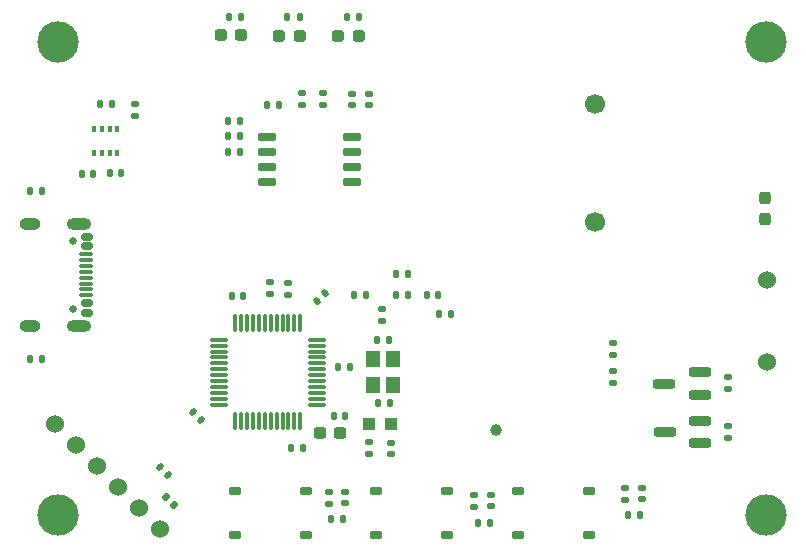
<source format=gbr>
%TF.GenerationSoftware,KiCad,Pcbnew,8.0.9-8.0.9-0~ubuntu24.04.1*%
%TF.CreationDate,2025-05-04T14:54:54+03:00*%
%TF.ProjectId,vario_kicad,76617269-6f5f-46b6-9963-61642e6b6963,rev?*%
%TF.SameCoordinates,Original*%
%TF.FileFunction,Soldermask,Top*%
%TF.FilePolarity,Negative*%
%FSLAX46Y46*%
G04 Gerber Fmt 4.6, Leading zero omitted, Abs format (unit mm)*
G04 Created by KiCad (PCBNEW 8.0.9-8.0.9-0~ubuntu24.04.1) date 2025-05-04 14:54:54*
%MOMM*%
%LPD*%
G01*
G04 APERTURE LIST*
G04 Aperture macros list*
%AMRoundRect*
0 Rectangle with rounded corners*
0 $1 Rounding radius*
0 $2 $3 $4 $5 $6 $7 $8 $9 X,Y pos of 4 corners*
0 Add a 4 corners polygon primitive as box body*
4,1,4,$2,$3,$4,$5,$6,$7,$8,$9,$2,$3,0*
0 Add four circle primitives for the rounded corners*
1,1,$1+$1,$2,$3*
1,1,$1+$1,$4,$5*
1,1,$1+$1,$6,$7*
1,1,$1+$1,$8,$9*
0 Add four rect primitives between the rounded corners*
20,1,$1+$1,$2,$3,$4,$5,0*
20,1,$1+$1,$4,$5,$6,$7,0*
20,1,$1+$1,$6,$7,$8,$9,0*
20,1,$1+$1,$8,$9,$2,$3,0*%
G04 Aperture macros list end*
%ADD10RoundRect,0.135000X0.185000X-0.135000X0.185000X0.135000X-0.185000X0.135000X-0.185000X-0.135000X0*%
%ADD11RoundRect,0.237500X0.287500X0.237500X-0.287500X0.237500X-0.287500X-0.237500X0.287500X-0.237500X0*%
%ADD12RoundRect,0.140000X0.021213X-0.219203X0.219203X-0.021213X-0.021213X0.219203X-0.219203X0.021213X0*%
%ADD13RoundRect,0.135000X0.135000X0.185000X-0.135000X0.185000X-0.135000X-0.185000X0.135000X-0.185000X0*%
%ADD14RoundRect,0.135000X-0.135000X-0.185000X0.135000X-0.185000X0.135000X0.185000X-0.135000X0.185000X0*%
%ADD15RoundRect,0.140000X-0.140000X-0.170000X0.140000X-0.170000X0.140000X0.170000X-0.140000X0.170000X0*%
%ADD16RoundRect,0.140000X0.140000X0.170000X-0.140000X0.170000X-0.140000X-0.170000X0.140000X-0.170000X0*%
%ADD17RoundRect,0.140000X0.170000X-0.140000X0.170000X0.140000X-0.170000X0.140000X-0.170000X-0.140000X0*%
%ADD18RoundRect,0.135000X0.226274X0.035355X0.035355X0.226274X-0.226274X-0.035355X-0.035355X-0.226274X0*%
%ADD19C,1.000000*%
%ADD20C,1.700000*%
%ADD21RoundRect,0.200000X0.750000X0.200000X-0.750000X0.200000X-0.750000X-0.200000X0.750000X-0.200000X0*%
%ADD22RoundRect,0.135000X-0.185000X0.135000X-0.185000X-0.135000X0.185000X-0.135000X0.185000X0.135000X0*%
%ADD23RoundRect,0.140000X-0.170000X0.140000X-0.170000X-0.140000X0.170000X-0.140000X0.170000X0.140000X0*%
%ADD24C,3.500000*%
%ADD25R,1.200000X1.400000*%
%ADD26RoundRect,0.187500X-0.312500X-0.187500X0.312500X-0.187500X0.312500X0.187500X-0.312500X0.187500X0*%
%ADD27RoundRect,0.075000X0.662500X0.075000X-0.662500X0.075000X-0.662500X-0.075000X0.662500X-0.075000X0*%
%ADD28RoundRect,0.075000X0.075000X0.662500X-0.075000X0.662500X-0.075000X-0.662500X0.075000X-0.662500X0*%
%ADD29RoundRect,0.237500X-0.300000X-0.237500X0.300000X-0.237500X0.300000X0.237500X-0.300000X0.237500X0*%
%ADD30R,1.050000X1.100000*%
%ADD31RoundRect,0.140000X0.219203X0.021213X0.021213X0.219203X-0.219203X-0.021213X-0.021213X-0.219203X0*%
%ADD32RoundRect,0.140000X-0.219203X-0.021213X-0.021213X-0.219203X0.219203X0.021213X0.021213X0.219203X0*%
%ADD33C,1.524000*%
%ADD34C,0.650000*%
%ADD35RoundRect,0.150000X-0.375000X0.150000X-0.375000X-0.150000X0.375000X-0.150000X0.375000X0.150000X0*%
%ADD36RoundRect,0.075000X-0.500000X0.075000X-0.500000X-0.075000X0.500000X-0.075000X0.500000X0.075000X0*%
%ADD37O,2.100000X1.000000*%
%ADD38O,1.800000X1.000000*%
%ADD39RoundRect,0.150000X-0.650000X-0.150000X0.650000X-0.150000X0.650000X0.150000X-0.650000X0.150000X0*%
%ADD40RoundRect,0.237500X-0.237500X0.287500X-0.237500X-0.287500X0.237500X-0.287500X0.237500X0.287500X0*%
%ADD41R,0.350000X0.500000*%
G04 APERTURE END LIST*
D10*
%TO.C,R40*%
X153050000Y-143750000D03*
X153050000Y-142730000D03*
%TD*%
D11*
%TO.C,D2*%
X125490000Y-104490000D03*
X123740000Y-104490000D03*
%TD*%
D12*
%TO.C,C30*%
X126930589Y-126939411D03*
X127609411Y-126260589D03*
%TD*%
D13*
%TO.C,R37*%
X154350000Y-145030000D03*
X153330000Y-145030000D03*
%TD*%
D14*
%TO.C,R5*%
X119400000Y-111680000D03*
X120420000Y-111680000D03*
%TD*%
D13*
%TO.C,R4*%
X103670000Y-131840000D03*
X102650000Y-131840000D03*
%TD*%
D15*
%TO.C,C2*%
X107030000Y-116110000D03*
X107990000Y-116110000D03*
%TD*%
D16*
%TO.C,C1*%
X110370000Y-116100000D03*
X109410000Y-116100000D03*
%TD*%
D17*
%TO.C,C17*%
X141690000Y-144300000D03*
X141690000Y-143340000D03*
%TD*%
D13*
%TO.C,R36*%
X141610000Y-145700000D03*
X140590000Y-145700000D03*
%TD*%
D18*
%TO.C,R26*%
X114860624Y-144200624D03*
X114139376Y-143479376D03*
%TD*%
D10*
%TO.C,R22*%
X161720000Y-134380000D03*
X161720000Y-133360000D03*
%TD*%
D13*
%TO.C,R30*%
X129760000Y-132530000D03*
X128740000Y-132530000D03*
%TD*%
D11*
%TO.C,D3*%
X120570000Y-104410000D03*
X118820000Y-104410000D03*
%TD*%
D10*
%TO.C,R23*%
X161720000Y-138510000D03*
X161720000Y-137490000D03*
%TD*%
D19*
%TO.C,TP4*%
X142130000Y-137820000D03*
%TD*%
D20*
%TO.C,LS1*%
X150500000Y-120250000D03*
X150500000Y-110250000D03*
%TD*%
D16*
%TO.C,C13*%
X133120000Y-135550000D03*
X132160000Y-135550000D03*
%TD*%
D13*
%TO.C,R27*%
X129200000Y-145400000D03*
X128180000Y-145400000D03*
%TD*%
D10*
%TO.C,R25*%
X152000000Y-131450000D03*
X152000000Y-130430000D03*
%TD*%
D13*
%TO.C,R17*%
X138280000Y-128010000D03*
X137260000Y-128010000D03*
%TD*%
D21*
%TO.C,Q1*%
X159400000Y-138960000D03*
X159400000Y-137060000D03*
X156400000Y-138010000D03*
%TD*%
D16*
%TO.C,C8*%
X137250000Y-126370000D03*
X136290000Y-126370000D03*
%TD*%
D10*
%TO.C,R39*%
X140250000Y-144350000D03*
X140250000Y-143330000D03*
%TD*%
D15*
%TO.C,C24*%
X128370000Y-136670000D03*
X129330000Y-136670000D03*
%TD*%
D22*
%TO.C,R11*%
X127490000Y-109290000D03*
X127490000Y-110310000D03*
%TD*%
D23*
%TO.C,C27*%
X133250000Y-138900000D03*
X133250000Y-139860000D03*
%TD*%
D15*
%TO.C,C20*%
X132070000Y-130210000D03*
X133030000Y-130210000D03*
%TD*%
D13*
%TO.C,R20*%
X134690000Y-126360000D03*
X133670000Y-126360000D03*
%TD*%
%TO.C,R19*%
X134710000Y-124650000D03*
X133690000Y-124650000D03*
%TD*%
%TO.C,R21*%
X131110000Y-126360000D03*
X130090000Y-126360000D03*
%TD*%
D24*
%TO.C,H3*%
X165000000Y-105000000D03*
%TD*%
D13*
%TO.C,R8*%
X123760000Y-110300000D03*
X122740000Y-110300000D03*
%TD*%
D25*
%TO.C,Y2*%
X133400000Y-134020000D03*
X133400000Y-131820000D03*
X131700000Y-131820000D03*
X131700000Y-134020000D03*
%TD*%
D26*
%TO.C,S4*%
X120000000Y-143000000D03*
X126000000Y-143000000D03*
X120000000Y-146750000D03*
X126000000Y-146750000D03*
%TD*%
D17*
%TO.C,C3*%
X129940000Y-110300000D03*
X129940000Y-109340000D03*
%TD*%
D10*
%TO.C,R9*%
X124550000Y-126360000D03*
X124550000Y-125340000D03*
%TD*%
D24*
%TO.C,H4*%
X165000000Y-145000000D03*
%TD*%
D10*
%TO.C,R7*%
X123000000Y-126350000D03*
X123000000Y-125330000D03*
%TD*%
D14*
%TO.C,R6*%
X119390000Y-114250000D03*
X120410000Y-114250000D03*
%TD*%
D13*
%TO.C,R12*%
X130490000Y-102870000D03*
X129470000Y-102870000D03*
%TD*%
D10*
%TO.C,R24*%
X152000000Y-133830000D03*
X152000000Y-132810000D03*
%TD*%
D22*
%TO.C,R1*%
X111580000Y-110260000D03*
X111580000Y-111280000D03*
%TD*%
D14*
%TO.C,R2*%
X108600000Y-110260000D03*
X109620000Y-110260000D03*
%TD*%
D26*
%TO.C,S5*%
X132000000Y-143000000D03*
X138000000Y-143000000D03*
X132000000Y-146750000D03*
X138000000Y-146750000D03*
%TD*%
D27*
%TO.C,U5*%
X126962500Y-135687500D03*
X126962500Y-135187500D03*
X126962500Y-134687500D03*
X126962500Y-134187500D03*
X126962500Y-133687500D03*
X126962500Y-133187500D03*
X126962500Y-132687500D03*
X126962500Y-132187500D03*
X126962500Y-131687500D03*
X126962500Y-131187500D03*
X126962500Y-130687500D03*
X126962500Y-130187500D03*
D28*
X125550000Y-128775000D03*
X125050000Y-128775000D03*
X124550000Y-128775000D03*
X124050000Y-128775000D03*
X123550000Y-128775000D03*
X123050000Y-128775000D03*
X122550000Y-128775000D03*
X122050000Y-128775000D03*
X121550000Y-128775000D03*
X121050000Y-128775000D03*
X120550000Y-128775000D03*
X120050000Y-128775000D03*
D27*
X118637500Y-130187500D03*
X118637500Y-130687500D03*
X118637500Y-131187500D03*
X118637500Y-131687500D03*
X118637500Y-132187500D03*
X118637500Y-132687500D03*
X118637500Y-133187500D03*
X118637500Y-133687500D03*
X118637500Y-134187500D03*
X118637500Y-134687500D03*
X118637500Y-135187500D03*
X118637500Y-135687500D03*
D28*
X120050000Y-137100000D03*
X120550000Y-137100000D03*
X121050000Y-137100000D03*
X121550000Y-137100000D03*
X122050000Y-137100000D03*
X122550000Y-137100000D03*
X123050000Y-137100000D03*
X123550000Y-137100000D03*
X124050000Y-137100000D03*
X124550000Y-137100000D03*
X125050000Y-137100000D03*
X125550000Y-137100000D03*
%TD*%
D13*
%TO.C,R14*%
X120570000Y-102870000D03*
X119550000Y-102870000D03*
%TD*%
D14*
%TO.C,R15*%
X102650000Y-117630000D03*
X103670000Y-117630000D03*
%TD*%
D29*
%TO.C,C4*%
X127207500Y-138100000D03*
X128932500Y-138100000D03*
%TD*%
D30*
%TO.C,Y1*%
X133250000Y-137310000D03*
X131400000Y-137310000D03*
%TD*%
D13*
%TO.C,R13*%
X125485000Y-102870000D03*
X124465000Y-102870000D03*
%TD*%
D14*
%TO.C,R3*%
X119390000Y-112940000D03*
X120410000Y-112940000D03*
%TD*%
D24*
%TO.C,H2*%
X105000000Y-145000000D03*
%TD*%
D31*
%TO.C,C29*%
X117150000Y-136970000D03*
X116471178Y-136291178D03*
%TD*%
D32*
%TO.C,C21*%
X113700589Y-140990589D03*
X114379411Y-141669411D03*
%TD*%
D17*
%TO.C,C28*%
X154460000Y-143690000D03*
X154460000Y-142730000D03*
%TD*%
D33*
%TO.C,J2*%
X104800000Y-137350000D03*
X106567767Y-139117767D03*
X108335534Y-140885534D03*
X110103301Y-142653301D03*
X111871068Y-144421068D03*
X113638835Y-146188835D03*
%TD*%
D34*
%TO.C,U4*%
X106330000Y-121790000D03*
X106330000Y-127570000D03*
D35*
X107455000Y-121480000D03*
X107455000Y-122280000D03*
D36*
X107405000Y-123430000D03*
X107405000Y-124430000D03*
X107405000Y-124930000D03*
X107405000Y-125930000D03*
D35*
X107455000Y-127080000D03*
X107455000Y-127880000D03*
D36*
X107405000Y-126430000D03*
X107405000Y-125430000D03*
X107405000Y-123930000D03*
X107405000Y-122930000D03*
D37*
X106830000Y-120360000D03*
D38*
X102650000Y-120360000D03*
D37*
X106830000Y-129000000D03*
D38*
X102650000Y-129000000D03*
%TD*%
D23*
%TO.C,C10*%
X132470000Y-127600000D03*
X132470000Y-128560000D03*
%TD*%
D39*
%TO.C,U3*%
X122750000Y-112980000D03*
X122750000Y-114250000D03*
X122750000Y-115520000D03*
X122750000Y-116790000D03*
X129950000Y-116790000D03*
X129950000Y-115520000D03*
X129950000Y-114250000D03*
X129950000Y-112980000D03*
%TD*%
D24*
%TO.C,H1*%
X105000000Y-105000000D03*
%TD*%
D10*
%TO.C,R38*%
X127990000Y-144060000D03*
X127990000Y-143040000D03*
%TD*%
D26*
%TO.C,S6*%
X144000000Y-143000000D03*
X150000000Y-143000000D03*
X144000000Y-146750000D03*
X150000000Y-146750000D03*
%TD*%
D22*
%TO.C,R10*%
X125710000Y-109300000D03*
X125710000Y-110320000D03*
%TD*%
D11*
%TO.C,D1*%
X130490000Y-104470000D03*
X128740000Y-104470000D03*
%TD*%
D17*
%TO.C,C16*%
X129320000Y-144010000D03*
X129320000Y-143050000D03*
%TD*%
D15*
%TO.C,C23*%
X119780000Y-126450000D03*
X120740000Y-126450000D03*
%TD*%
D17*
%TO.C,C15*%
X131400000Y-110300000D03*
X131400000Y-109340000D03*
%TD*%
D40*
%TO.C,D5*%
X164920000Y-118220000D03*
X164920000Y-119970000D03*
%TD*%
D21*
%TO.C,Q2*%
X159360000Y-134850000D03*
X159360000Y-132950000D03*
X156360000Y-133900000D03*
%TD*%
D23*
%TO.C,C26*%
X131400000Y-138880000D03*
X131400000Y-139840000D03*
%TD*%
D41*
%TO.C,U2*%
X108120000Y-112330000D03*
X108770000Y-112330000D03*
X109420000Y-112330000D03*
X110070000Y-112330000D03*
X110070000Y-114380000D03*
X109420000Y-114380000D03*
X108770000Y-114380000D03*
X108120000Y-114380000D03*
%TD*%
D16*
%TO.C,C22*%
X125760000Y-139370000D03*
X124800000Y-139370000D03*
%TD*%
D33*
%TO.C,BT2*%
X165050000Y-125100000D03*
X165050000Y-132100000D03*
%TD*%
M02*

</source>
